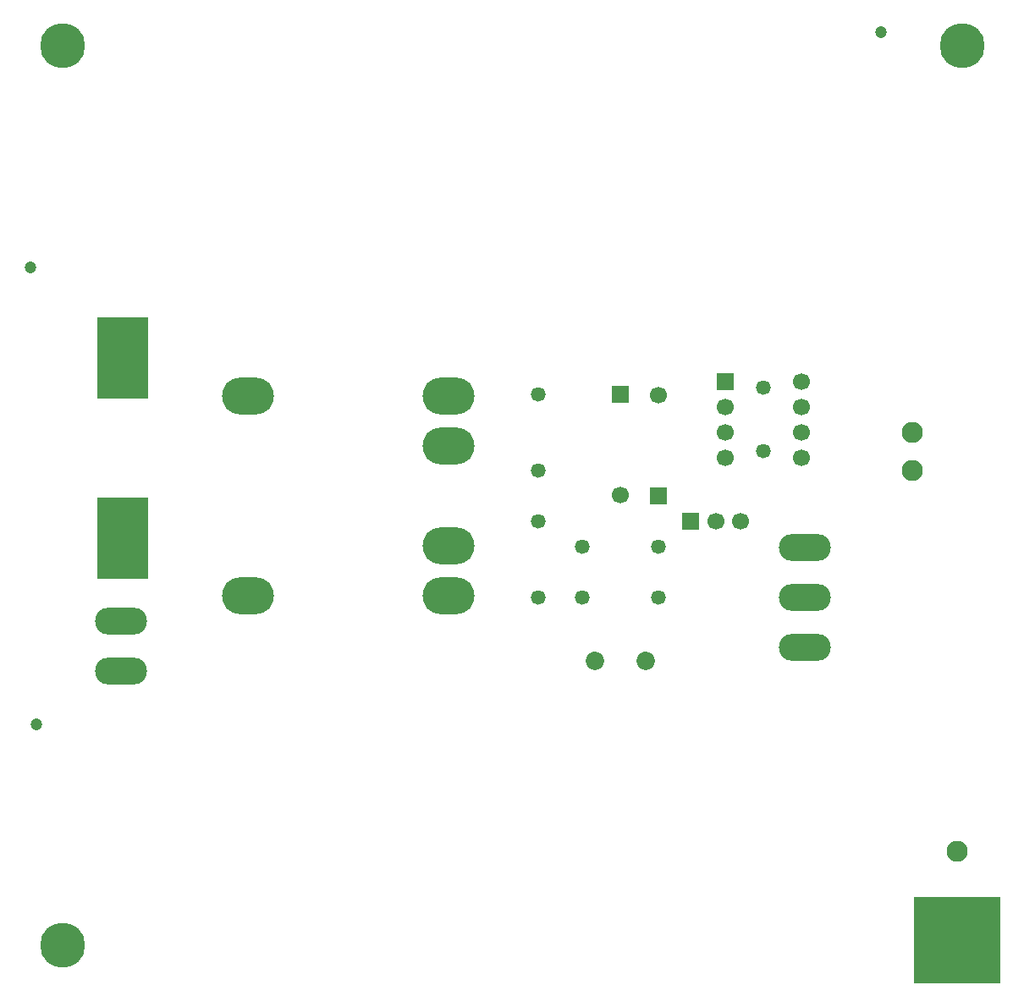
<source format=gbr>
G04 DipTrace 4.3.0.1*
G04 TopMask.gbr*
%MOMM*%
G04 #@! TF.FileFunction,Soldermask,Top*
G04 #@! TF.Part,Single*
%ADD31C,4.5*%
%ADD37R,5.2X8.2*%
%ADD39C,1.7*%
%ADD41R,1.7X1.7*%
%ADD43C,1.2*%
%ADD45C,1.85*%
%ADD47C,2.105*%
%ADD49C,1.47*%
%ADD51C,1.47*%
%ADD53O,5.2X2.7*%
%ADD55O,5.2X3.7*%
%ADD57R,8.6X8.6*%
%FSLAX35Y35*%
G04*
G71*
G90*
G75*
G01*
G04 TopMask*
%LPD*%
D57*
X4445000Y-4445000D3*
D31*
X4500000Y4500000D3*
X-4500000Y-4500000D3*
Y4500000D3*
D55*
X-2646000Y1000000D3*
Y-1000000D3*
X-646000Y1000000D3*
Y500000D3*
Y-500000D3*
Y-1000000D3*
D53*
X-3920500Y-1253500D3*
Y-1753500D3*
D51*
X254000Y1016000D3*
D49*
Y254000D3*
D51*
Y-254000D3*
D49*
Y-1016000D3*
D51*
X698500Y-508000D3*
D49*
X1460500D3*
D51*
X698500Y-1016000D3*
D49*
X1460500D3*
D53*
X2921000D3*
Y-516000D3*
D47*
X4000500Y635000D3*
D45*
X1333500Y-1651000D3*
X825500D3*
D43*
X3683000Y4635500D3*
D41*
X1460500Y0D3*
D39*
Y1010000D3*
D41*
X1079500Y1016000D3*
D39*
Y6000D3*
D47*
X4445000Y-3556000D3*
X4000500Y254000D3*
D41*
X2127250Y1143000D3*
D39*
Y889000D3*
Y635000D3*
Y381000D3*
X2889250D3*
Y635000D3*
Y889000D3*
Y1143000D3*
D51*
X2508250Y1079500D3*
D49*
Y444500D3*
D43*
X-4826000Y2286000D3*
X-4762500Y-2286000D3*
D41*
X1782000Y-254000D3*
D39*
X2032000D3*
X2282000D3*
D37*
X-3905250Y-423750D3*
Y1376250D3*
D53*
X2921000Y-1516000D3*
M02*

</source>
